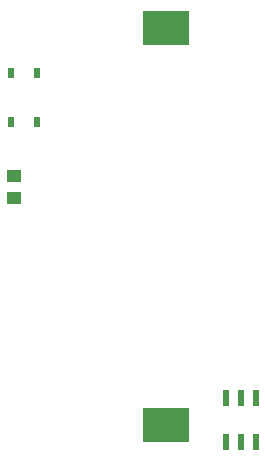
<source format=gbr>
G04 DipTrace 3.2.0.1*
G04 Íèæíÿÿï.ìàñêà.gbr*
%MOMM*%
G04 #@! TF.FileFunction,Paste,Bot*
G04 #@! TF.Part,Single*
%AMOUTLINE11*
4,1,4,
-0.27569,0.64971,
0.27431,0.65032,
0.27569,-0.64971,
-0.27431,-0.65032,
-0.27569,0.64971,
0*%
%ADD38R,4.0X3.0*%
%ADD42R,0.5X0.9*%
%ADD50R,1.3X1.1*%
%ADD66OUTLINE11*%
%FSLAX35Y35*%
G04*
G71*
G90*
G75*
G01*
G04 BotPaste*
%LPD*%
D50*
X-1289510Y-409070D3*
Y-219070D3*
D42*
X-1097727Y232953D3*
X-1312727D3*
X-1097727Y647953D3*
X-1312727D3*
D38*
X0Y1031000D3*
Y-2331000D3*
D66*
X502090Y-2475337D3*
X629093Y-2475197D3*
X756093Y-2475060D3*
X501683Y-2098333D3*
X628680Y-2098197D3*
X755683Y-2098060D3*
M02*

</source>
